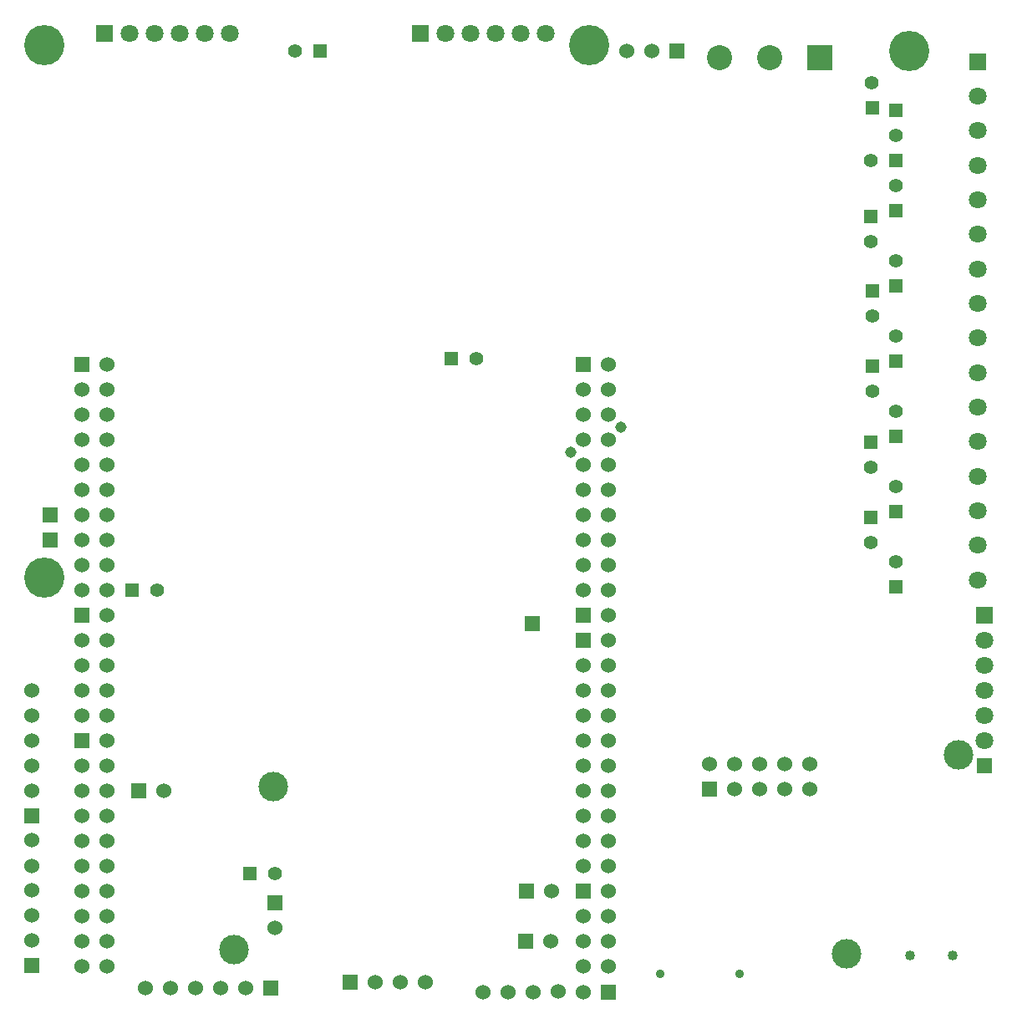
<source format=gbs>
G04 (created by PCBNEW (2013-07-07 BZR 4022)-stable) date 12/02/2014 21:37:53*
%MOIN*%
G04 Gerber Fmt 3.4, Leading zero omitted, Abs format*
%FSLAX34Y34*%
G01*
G70*
G90*
G04 APERTURE LIST*
%ADD10C,0.00590551*%
%ADD11R,0.06X0.06*%
%ADD12C,0.06*%
%ADD13R,0.055X0.055*%
%ADD14C,0.055*%
%ADD15C,0.16*%
%ADD16R,0.0708661X0.0708661*%
%ADD17C,0.0708661*%
%ADD18C,0.04*%
%ADD19C,0.035*%
%ADD20C,0.11811*%
%ADD21R,0.1X0.1*%
%ADD22C,0.1*%
%ADD23C,0.045*%
G04 APERTURE END LIST*
G54D10*
G54D11*
X70000Y-71000D03*
G54D12*
X71000Y-71000D03*
X70000Y-72000D03*
X71000Y-72000D03*
X70000Y-73000D03*
X71000Y-73000D03*
X70000Y-74000D03*
X71000Y-74000D03*
G54D11*
X50000Y-60000D03*
G54D12*
X51000Y-60000D03*
X50000Y-61000D03*
X51000Y-61000D03*
X50000Y-62000D03*
X51000Y-62000D03*
X50000Y-63000D03*
X51000Y-63000D03*
X50000Y-64000D03*
X51000Y-64000D03*
G54D11*
X70000Y-60000D03*
G54D12*
X71000Y-60000D03*
G54D11*
X50000Y-64984D03*
G54D12*
X51000Y-64984D03*
X50000Y-65984D03*
X51000Y-65984D03*
X50000Y-66984D03*
X51000Y-66984D03*
X50000Y-67984D03*
X51000Y-67984D03*
X50000Y-68984D03*
X51000Y-68984D03*
X50000Y-69984D03*
X51000Y-69984D03*
X50000Y-70984D03*
X51000Y-70984D03*
X50000Y-71984D03*
X51000Y-71984D03*
X50000Y-72984D03*
X51000Y-72984D03*
X50000Y-73984D03*
X51000Y-73984D03*
G54D11*
X48000Y-73950D03*
G54D12*
X48000Y-72950D03*
X48000Y-71950D03*
X48000Y-70950D03*
X48000Y-70000D03*
X48000Y-68950D03*
G54D11*
X48000Y-68000D03*
G54D12*
X48000Y-67000D03*
X48000Y-66000D03*
X48000Y-65000D03*
X48000Y-64000D03*
X48000Y-63000D03*
G54D11*
X57525Y-74850D03*
G54D12*
X56525Y-74850D03*
X55525Y-74850D03*
X54525Y-74850D03*
X53525Y-74850D03*
X52525Y-74850D03*
G54D11*
X67725Y-71000D03*
G54D12*
X68725Y-71000D03*
G54D11*
X67700Y-73000D03*
G54D12*
X68700Y-73000D03*
G54D11*
X52274Y-67000D03*
G54D12*
X53274Y-67000D03*
G54D11*
X71000Y-75025D03*
G54D12*
X70000Y-75025D03*
X69000Y-75000D03*
X68000Y-75025D03*
X67000Y-75025D03*
X66000Y-75025D03*
G54D11*
X86000Y-66000D03*
X60716Y-74628D03*
G54D12*
X61716Y-74628D03*
X62716Y-74628D03*
X63716Y-74628D03*
G54D11*
X73750Y-37500D03*
G54D12*
X72750Y-37500D03*
X71750Y-37500D03*
G54D11*
X48750Y-57000D03*
X48750Y-56000D03*
G54D13*
X59500Y-37500D03*
G54D14*
X58500Y-37500D03*
G54D13*
X64750Y-49750D03*
G54D14*
X65750Y-49750D03*
G54D13*
X52000Y-59000D03*
G54D14*
X53000Y-59000D03*
G54D11*
X50000Y-49984D03*
G54D12*
X51000Y-49984D03*
X50000Y-50984D03*
X51000Y-50984D03*
X50000Y-51984D03*
X51000Y-51984D03*
X50000Y-52984D03*
X51000Y-52984D03*
X50000Y-53984D03*
X51000Y-53984D03*
X50000Y-54984D03*
X51000Y-54984D03*
X50000Y-55984D03*
X51000Y-55984D03*
X50000Y-56984D03*
X51000Y-56984D03*
X50000Y-57984D03*
X51000Y-57984D03*
X50000Y-58984D03*
X51000Y-58984D03*
G54D15*
X70250Y-37250D03*
X48500Y-58500D03*
X48500Y-37250D03*
G54D16*
X63500Y-36800D03*
G54D17*
X64500Y-36800D03*
X65500Y-36800D03*
X66500Y-36800D03*
X67500Y-36800D03*
X68500Y-36800D03*
G54D16*
X50900Y-36800D03*
G54D17*
X51900Y-36800D03*
X52900Y-36800D03*
X53900Y-36800D03*
X54900Y-36800D03*
X55900Y-36800D03*
G54D11*
X70000Y-60984D03*
G54D12*
X71000Y-60984D03*
X70000Y-61984D03*
X71000Y-61984D03*
X70000Y-62984D03*
X71000Y-62984D03*
X70000Y-63984D03*
X71000Y-63984D03*
X70000Y-64984D03*
X71000Y-64984D03*
X70000Y-65984D03*
X71000Y-65984D03*
X70000Y-66984D03*
X71000Y-66984D03*
X70000Y-67984D03*
X71000Y-67984D03*
X70000Y-68984D03*
X71000Y-68984D03*
X70000Y-69984D03*
X71000Y-69984D03*
G54D11*
X75050Y-66918D03*
G54D12*
X75050Y-65918D03*
X76050Y-66918D03*
X76050Y-65918D03*
X77050Y-66918D03*
X77050Y-65918D03*
X78050Y-66918D03*
X78050Y-65918D03*
X79050Y-66918D03*
X79050Y-65918D03*
G54D11*
X67969Y-60344D03*
G54D18*
X83050Y-73568D03*
X84750Y-73568D03*
G54D19*
X73076Y-74309D03*
X76225Y-74309D03*
G54D20*
X80500Y-73492D03*
X84974Y-65568D03*
G54D17*
X85750Y-58584D03*
X85750Y-57206D03*
G54D16*
X85750Y-37915D03*
G54D17*
X85750Y-39293D03*
X85750Y-40671D03*
X85750Y-42049D03*
X85750Y-43427D03*
X85750Y-44805D03*
X85750Y-46183D03*
X85750Y-47561D03*
X85750Y-48938D03*
X85750Y-50316D03*
X85750Y-51694D03*
X85750Y-53072D03*
X85750Y-54450D03*
X85750Y-55828D03*
G54D11*
X70000Y-49984D03*
G54D12*
X71000Y-49984D03*
X70000Y-50984D03*
X71000Y-50984D03*
X70000Y-51984D03*
X71000Y-51984D03*
X70000Y-52984D03*
X71000Y-52984D03*
X70000Y-53984D03*
X71000Y-53984D03*
X70000Y-54984D03*
X71000Y-54984D03*
X70000Y-55984D03*
X71000Y-55984D03*
X70000Y-56984D03*
X71000Y-56984D03*
X70000Y-57984D03*
X71000Y-57984D03*
X70000Y-58984D03*
X71000Y-58984D03*
G54D13*
X81474Y-53100D03*
G54D14*
X81474Y-54100D03*
G54D13*
X81474Y-44100D03*
G54D14*
X81474Y-45100D03*
G54D13*
X82474Y-52850D03*
G54D14*
X82474Y-51850D03*
G54D13*
X82474Y-43850D03*
G54D14*
X82474Y-42850D03*
G54D13*
X81525Y-50050D03*
G54D14*
X81525Y-51050D03*
G54D13*
X82474Y-39850D03*
G54D14*
X82474Y-40850D03*
G54D21*
X79425Y-37775D03*
G54D22*
X77425Y-37775D03*
X75425Y-37775D03*
G54D13*
X82474Y-46850D03*
G54D14*
X82474Y-45850D03*
G54D13*
X82474Y-55850D03*
G54D14*
X82474Y-54850D03*
G54D13*
X81525Y-47050D03*
G54D14*
X81525Y-48050D03*
G54D13*
X81474Y-56100D03*
G54D14*
X81474Y-57100D03*
G54D13*
X82474Y-49850D03*
G54D14*
X82474Y-48850D03*
G54D13*
X82474Y-58850D03*
G54D14*
X82474Y-57850D03*
G54D13*
X81525Y-39750D03*
G54D14*
X81500Y-38750D03*
G54D13*
X82474Y-41850D03*
G54D14*
X81474Y-41850D03*
G54D23*
X69500Y-53500D03*
X71500Y-52500D03*
G54D15*
X83000Y-37500D03*
G54D11*
X57688Y-71456D03*
G54D12*
X57688Y-72456D03*
G54D13*
X56712Y-70281D03*
G54D14*
X57712Y-70281D03*
G54D20*
X57637Y-66837D03*
X56062Y-73331D03*
G54D16*
X86000Y-60000D03*
G54D17*
X86000Y-61000D03*
X86000Y-62000D03*
X86000Y-63000D03*
X86000Y-64000D03*
X86000Y-65000D03*
M02*

</source>
